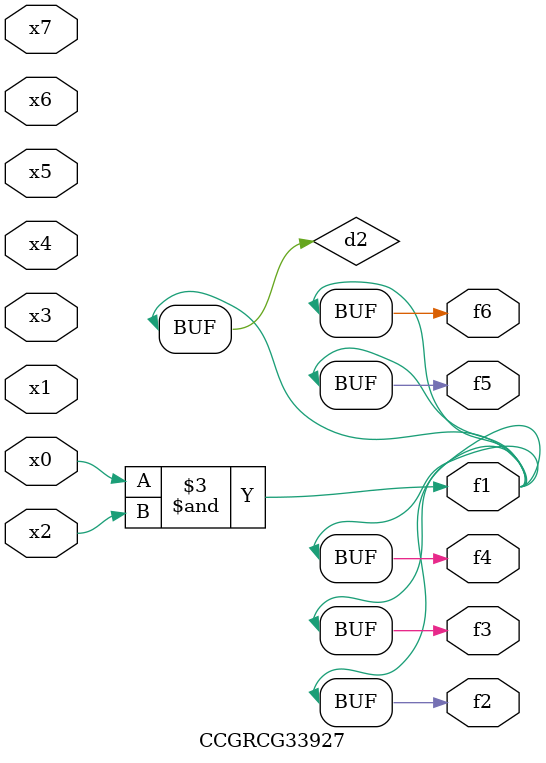
<source format=v>
module CCGRCG33927(
	input x0, x1, x2, x3, x4, x5, x6, x7,
	output f1, f2, f3, f4, f5, f6
);

	wire d1, d2;

	nor (d1, x3, x6);
	and (d2, x0, x2);
	assign f1 = d2;
	assign f2 = d2;
	assign f3 = d2;
	assign f4 = d2;
	assign f5 = d2;
	assign f6 = d2;
endmodule

</source>
